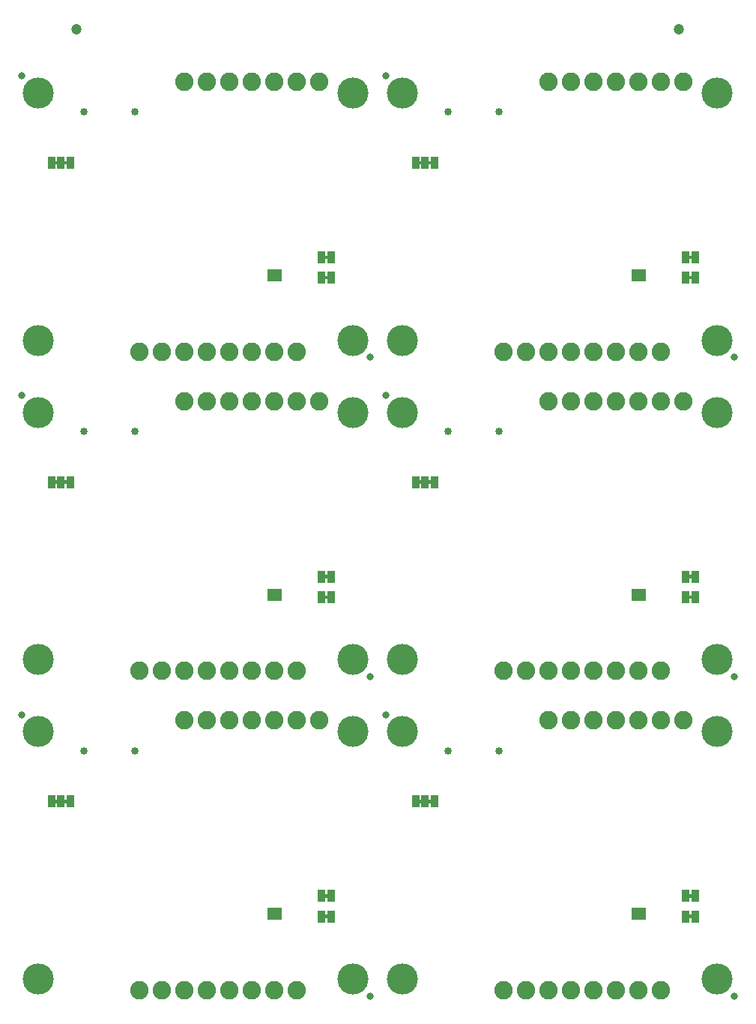
<source format=gbs>
G04 EAGLE Gerber RS-274X export*
G75*
%MOMM*%
%FSLAX34Y34*%
%LPD*%
%INSoldermask Bottom*%
%IPPOS*%
%AMOC8*
5,1,8,0,0,1.08239X$1,22.5*%
G01*
%ADD10C,3.505200*%
%ADD11R,0.863600X1.473200*%
%ADD12C,0.838200*%
%ADD13R,0.838200X1.473200*%
%ADD14C,2.082800*%
%ADD15C,0.853200*%
%ADD16C,1.203200*%

G36*
X763970Y454545D02*
X763970Y454545D01*
X764036Y454547D01*
X764079Y454565D01*
X764126Y454573D01*
X764183Y454607D01*
X764243Y454632D01*
X764278Y454663D01*
X764319Y454688D01*
X764361Y454739D01*
X764409Y454783D01*
X764431Y454825D01*
X764460Y454862D01*
X764481Y454924D01*
X764512Y454983D01*
X764520Y455037D01*
X764532Y455074D01*
X764531Y455114D01*
X764539Y455168D01*
X764539Y457708D01*
X764528Y457773D01*
X764526Y457839D01*
X764508Y457882D01*
X764500Y457929D01*
X764466Y457986D01*
X764441Y458046D01*
X764410Y458081D01*
X764385Y458122D01*
X764334Y458164D01*
X764290Y458212D01*
X764248Y458234D01*
X764211Y458263D01*
X764149Y458284D01*
X764090Y458315D01*
X764036Y458323D01*
X763999Y458335D01*
X763959Y458334D01*
X763905Y458342D01*
X760095Y458342D01*
X760030Y458331D01*
X759964Y458329D01*
X759921Y458311D01*
X759874Y458303D01*
X759817Y458269D01*
X759757Y458244D01*
X759722Y458213D01*
X759681Y458188D01*
X759640Y458137D01*
X759591Y458093D01*
X759569Y458051D01*
X759540Y458014D01*
X759519Y457952D01*
X759488Y457893D01*
X759480Y457839D01*
X759468Y457802D01*
X759468Y457799D01*
X759469Y457762D01*
X759461Y457708D01*
X759461Y455168D01*
X759472Y455103D01*
X759474Y455037D01*
X759492Y454994D01*
X759500Y454947D01*
X759534Y454890D01*
X759559Y454830D01*
X759590Y454795D01*
X759615Y454754D01*
X759666Y454713D01*
X759710Y454664D01*
X759752Y454642D01*
X759789Y454613D01*
X759851Y454592D01*
X759910Y454561D01*
X759964Y454553D01*
X760001Y454541D01*
X760041Y454542D01*
X760095Y454534D01*
X763905Y454534D01*
X763970Y454545D01*
G37*
G36*
X352490Y454545D02*
X352490Y454545D01*
X352556Y454547D01*
X352599Y454565D01*
X352646Y454573D01*
X352703Y454607D01*
X352763Y454632D01*
X352798Y454663D01*
X352839Y454688D01*
X352881Y454739D01*
X352929Y454783D01*
X352951Y454825D01*
X352980Y454862D01*
X353001Y454924D01*
X353032Y454983D01*
X353040Y455037D01*
X353052Y455074D01*
X353051Y455114D01*
X353059Y455168D01*
X353059Y457708D01*
X353048Y457773D01*
X353046Y457839D01*
X353028Y457882D01*
X353020Y457929D01*
X352986Y457986D01*
X352961Y458046D01*
X352930Y458081D01*
X352905Y458122D01*
X352854Y458164D01*
X352810Y458212D01*
X352768Y458234D01*
X352731Y458263D01*
X352669Y458284D01*
X352610Y458315D01*
X352556Y458323D01*
X352519Y458335D01*
X352479Y458334D01*
X352425Y458342D01*
X348615Y458342D01*
X348550Y458331D01*
X348484Y458329D01*
X348441Y458311D01*
X348394Y458303D01*
X348337Y458269D01*
X348277Y458244D01*
X348242Y458213D01*
X348201Y458188D01*
X348160Y458137D01*
X348111Y458093D01*
X348089Y458051D01*
X348060Y458014D01*
X348039Y457952D01*
X348008Y457893D01*
X348000Y457839D01*
X347988Y457802D01*
X347988Y457799D01*
X347989Y457762D01*
X347981Y457708D01*
X347981Y455168D01*
X347992Y455103D01*
X347994Y455037D01*
X348012Y454994D01*
X348020Y454947D01*
X348054Y454890D01*
X348079Y454830D01*
X348110Y454795D01*
X348135Y454754D01*
X348186Y454713D01*
X348230Y454664D01*
X348272Y454642D01*
X348309Y454613D01*
X348371Y454592D01*
X348430Y454561D01*
X348484Y454553D01*
X348521Y454541D01*
X348561Y454542D01*
X348615Y454534D01*
X352425Y454534D01*
X352490Y454545D01*
G37*
G36*
X57850Y944765D02*
X57850Y944765D01*
X57916Y944767D01*
X57959Y944785D01*
X58006Y944793D01*
X58063Y944827D01*
X58123Y944852D01*
X58158Y944883D01*
X58199Y944908D01*
X58241Y944959D01*
X58289Y945003D01*
X58311Y945045D01*
X58340Y945082D01*
X58361Y945144D01*
X58392Y945203D01*
X58400Y945257D01*
X58412Y945294D01*
X58411Y945334D01*
X58419Y945388D01*
X58419Y947928D01*
X58408Y947993D01*
X58406Y948059D01*
X58388Y948102D01*
X58380Y948149D01*
X58346Y948206D01*
X58321Y948266D01*
X58290Y948301D01*
X58265Y948342D01*
X58214Y948384D01*
X58170Y948432D01*
X58128Y948454D01*
X58091Y948483D01*
X58029Y948504D01*
X57970Y948535D01*
X57916Y948543D01*
X57879Y948555D01*
X57839Y948554D01*
X57785Y948562D01*
X53975Y948562D01*
X53910Y948551D01*
X53844Y948549D01*
X53801Y948531D01*
X53754Y948523D01*
X53697Y948489D01*
X53637Y948464D01*
X53602Y948433D01*
X53561Y948408D01*
X53520Y948357D01*
X53471Y948313D01*
X53449Y948271D01*
X53420Y948234D01*
X53399Y948172D01*
X53368Y948113D01*
X53360Y948059D01*
X53348Y948022D01*
X53348Y948019D01*
X53349Y947982D01*
X53341Y947928D01*
X53341Y945388D01*
X53352Y945323D01*
X53354Y945257D01*
X53372Y945214D01*
X53380Y945167D01*
X53414Y945110D01*
X53439Y945050D01*
X53470Y945015D01*
X53495Y944974D01*
X53546Y944933D01*
X53590Y944884D01*
X53632Y944862D01*
X53669Y944833D01*
X53731Y944812D01*
X53790Y944781D01*
X53844Y944773D01*
X53881Y944761D01*
X53921Y944762D01*
X53975Y944754D01*
X57785Y944754D01*
X57850Y944765D01*
G37*
G36*
X47690Y944765D02*
X47690Y944765D01*
X47756Y944767D01*
X47799Y944785D01*
X47846Y944793D01*
X47903Y944827D01*
X47963Y944852D01*
X47998Y944883D01*
X48039Y944908D01*
X48081Y944959D01*
X48129Y945003D01*
X48151Y945045D01*
X48180Y945082D01*
X48201Y945144D01*
X48232Y945203D01*
X48240Y945257D01*
X48252Y945294D01*
X48251Y945334D01*
X48259Y945388D01*
X48259Y947928D01*
X48248Y947993D01*
X48246Y948059D01*
X48228Y948102D01*
X48220Y948149D01*
X48186Y948206D01*
X48161Y948266D01*
X48130Y948301D01*
X48105Y948342D01*
X48054Y948384D01*
X48010Y948432D01*
X47968Y948454D01*
X47931Y948483D01*
X47869Y948504D01*
X47810Y948535D01*
X47756Y948543D01*
X47719Y948555D01*
X47679Y948554D01*
X47625Y948562D01*
X43815Y948562D01*
X43750Y948551D01*
X43684Y948549D01*
X43641Y948531D01*
X43594Y948523D01*
X43537Y948489D01*
X43477Y948464D01*
X43442Y948433D01*
X43401Y948408D01*
X43360Y948357D01*
X43311Y948313D01*
X43289Y948271D01*
X43260Y948234D01*
X43239Y948172D01*
X43208Y948113D01*
X43200Y948059D01*
X43188Y948022D01*
X43188Y948019D01*
X43189Y947982D01*
X43181Y947928D01*
X43181Y945388D01*
X43192Y945323D01*
X43194Y945257D01*
X43212Y945214D01*
X43220Y945167D01*
X43254Y945110D01*
X43279Y945050D01*
X43310Y945015D01*
X43335Y944974D01*
X43386Y944933D01*
X43430Y944884D01*
X43472Y944862D01*
X43509Y944833D01*
X43571Y944812D01*
X43630Y944781D01*
X43684Y944773D01*
X43721Y944761D01*
X43761Y944762D01*
X43815Y944754D01*
X47625Y944754D01*
X47690Y944765D01*
G37*
G36*
X469330Y944765D02*
X469330Y944765D01*
X469396Y944767D01*
X469439Y944785D01*
X469486Y944793D01*
X469543Y944827D01*
X469603Y944852D01*
X469638Y944883D01*
X469679Y944908D01*
X469721Y944959D01*
X469769Y945003D01*
X469791Y945045D01*
X469820Y945082D01*
X469841Y945144D01*
X469872Y945203D01*
X469880Y945257D01*
X469892Y945294D01*
X469891Y945334D01*
X469899Y945388D01*
X469899Y947928D01*
X469888Y947993D01*
X469886Y948059D01*
X469868Y948102D01*
X469860Y948149D01*
X469826Y948206D01*
X469801Y948266D01*
X469770Y948301D01*
X469745Y948342D01*
X469694Y948384D01*
X469650Y948432D01*
X469608Y948454D01*
X469571Y948483D01*
X469509Y948504D01*
X469450Y948535D01*
X469396Y948543D01*
X469359Y948555D01*
X469319Y948554D01*
X469265Y948562D01*
X465455Y948562D01*
X465390Y948551D01*
X465324Y948549D01*
X465281Y948531D01*
X465234Y948523D01*
X465177Y948489D01*
X465117Y948464D01*
X465082Y948433D01*
X465041Y948408D01*
X465000Y948357D01*
X464951Y948313D01*
X464929Y948271D01*
X464900Y948234D01*
X464879Y948172D01*
X464848Y948113D01*
X464840Y948059D01*
X464828Y948022D01*
X464828Y948019D01*
X464829Y947982D01*
X464821Y947928D01*
X464821Y945388D01*
X464832Y945323D01*
X464834Y945257D01*
X464852Y945214D01*
X464860Y945167D01*
X464894Y945110D01*
X464919Y945050D01*
X464950Y945015D01*
X464975Y944974D01*
X465026Y944933D01*
X465070Y944884D01*
X465112Y944862D01*
X465149Y944833D01*
X465211Y944812D01*
X465270Y944781D01*
X465324Y944773D01*
X465361Y944761D01*
X465401Y944762D01*
X465455Y944754D01*
X469265Y944754D01*
X469330Y944765D01*
G37*
G36*
X459170Y944765D02*
X459170Y944765D01*
X459236Y944767D01*
X459279Y944785D01*
X459326Y944793D01*
X459383Y944827D01*
X459443Y944852D01*
X459478Y944883D01*
X459519Y944908D01*
X459561Y944959D01*
X459609Y945003D01*
X459631Y945045D01*
X459660Y945082D01*
X459681Y945144D01*
X459712Y945203D01*
X459720Y945257D01*
X459732Y945294D01*
X459731Y945334D01*
X459739Y945388D01*
X459739Y947928D01*
X459728Y947993D01*
X459726Y948059D01*
X459708Y948102D01*
X459700Y948149D01*
X459666Y948206D01*
X459641Y948266D01*
X459610Y948301D01*
X459585Y948342D01*
X459534Y948384D01*
X459490Y948432D01*
X459448Y948454D01*
X459411Y948483D01*
X459349Y948504D01*
X459290Y948535D01*
X459236Y948543D01*
X459199Y948555D01*
X459159Y948554D01*
X459105Y948562D01*
X455295Y948562D01*
X455230Y948551D01*
X455164Y948549D01*
X455121Y948531D01*
X455074Y948523D01*
X455017Y948489D01*
X454957Y948464D01*
X454922Y948433D01*
X454881Y948408D01*
X454840Y948357D01*
X454791Y948313D01*
X454769Y948271D01*
X454740Y948234D01*
X454719Y948172D01*
X454688Y948113D01*
X454680Y948059D01*
X454668Y948022D01*
X454668Y948019D01*
X454669Y947982D01*
X454661Y947928D01*
X454661Y945388D01*
X454672Y945323D01*
X454674Y945257D01*
X454692Y945214D01*
X454700Y945167D01*
X454734Y945110D01*
X454759Y945050D01*
X454790Y945015D01*
X454815Y944974D01*
X454866Y944933D01*
X454910Y944884D01*
X454952Y944862D01*
X454989Y944833D01*
X455051Y944812D01*
X455110Y944781D01*
X455164Y944773D01*
X455201Y944761D01*
X455241Y944762D01*
X455295Y944754D01*
X459105Y944754D01*
X459170Y944765D01*
G37*
G36*
X352490Y838085D02*
X352490Y838085D01*
X352556Y838087D01*
X352599Y838105D01*
X352646Y838113D01*
X352703Y838147D01*
X352763Y838172D01*
X352798Y838203D01*
X352839Y838228D01*
X352881Y838279D01*
X352929Y838323D01*
X352951Y838365D01*
X352980Y838402D01*
X353001Y838464D01*
X353032Y838523D01*
X353040Y838577D01*
X353052Y838614D01*
X353051Y838654D01*
X353059Y838708D01*
X353059Y841248D01*
X353048Y841313D01*
X353046Y841379D01*
X353028Y841422D01*
X353020Y841469D01*
X352986Y841526D01*
X352961Y841586D01*
X352930Y841621D01*
X352905Y841662D01*
X352854Y841704D01*
X352810Y841752D01*
X352768Y841774D01*
X352731Y841803D01*
X352669Y841824D01*
X352610Y841855D01*
X352556Y841863D01*
X352519Y841875D01*
X352479Y841874D01*
X352425Y841882D01*
X348615Y841882D01*
X348550Y841871D01*
X348484Y841869D01*
X348441Y841851D01*
X348394Y841843D01*
X348337Y841809D01*
X348277Y841784D01*
X348242Y841753D01*
X348201Y841728D01*
X348160Y841677D01*
X348111Y841633D01*
X348089Y841591D01*
X348060Y841554D01*
X348039Y841492D01*
X348008Y841433D01*
X348000Y841379D01*
X347988Y841342D01*
X347988Y841339D01*
X347989Y841302D01*
X347981Y841248D01*
X347981Y838708D01*
X347992Y838643D01*
X347994Y838577D01*
X348012Y838534D01*
X348020Y838487D01*
X348054Y838430D01*
X348079Y838370D01*
X348110Y838335D01*
X348135Y838294D01*
X348186Y838253D01*
X348230Y838204D01*
X348272Y838182D01*
X348309Y838153D01*
X348371Y838132D01*
X348430Y838101D01*
X348484Y838093D01*
X348521Y838081D01*
X348561Y838082D01*
X348615Y838074D01*
X352425Y838074D01*
X352490Y838085D01*
G37*
G36*
X763970Y838085D02*
X763970Y838085D01*
X764036Y838087D01*
X764079Y838105D01*
X764126Y838113D01*
X764183Y838147D01*
X764243Y838172D01*
X764278Y838203D01*
X764319Y838228D01*
X764361Y838279D01*
X764409Y838323D01*
X764431Y838365D01*
X764460Y838402D01*
X764481Y838464D01*
X764512Y838523D01*
X764520Y838577D01*
X764532Y838614D01*
X764531Y838654D01*
X764539Y838708D01*
X764539Y841248D01*
X764528Y841313D01*
X764526Y841379D01*
X764508Y841422D01*
X764500Y841469D01*
X764466Y841526D01*
X764441Y841586D01*
X764410Y841621D01*
X764385Y841662D01*
X764334Y841704D01*
X764290Y841752D01*
X764248Y841774D01*
X764211Y841803D01*
X764149Y841824D01*
X764090Y841855D01*
X764036Y841863D01*
X763999Y841875D01*
X763959Y841874D01*
X763905Y841882D01*
X760095Y841882D01*
X760030Y841871D01*
X759964Y841869D01*
X759921Y841851D01*
X759874Y841843D01*
X759817Y841809D01*
X759757Y841784D01*
X759722Y841753D01*
X759681Y841728D01*
X759640Y841677D01*
X759591Y841633D01*
X759569Y841591D01*
X759540Y841554D01*
X759519Y841492D01*
X759488Y841433D01*
X759480Y841379D01*
X759468Y841342D01*
X759468Y841339D01*
X759469Y841302D01*
X759461Y841248D01*
X759461Y838708D01*
X759472Y838643D01*
X759474Y838577D01*
X759492Y838534D01*
X759500Y838487D01*
X759534Y838430D01*
X759559Y838370D01*
X759590Y838335D01*
X759615Y838294D01*
X759666Y838253D01*
X759710Y838204D01*
X759752Y838182D01*
X759789Y838153D01*
X759851Y838132D01*
X759910Y838101D01*
X759964Y838093D01*
X760001Y838081D01*
X760041Y838082D01*
X760095Y838074D01*
X763905Y838074D01*
X763970Y838085D01*
G37*
G36*
X763970Y814971D02*
X763970Y814971D01*
X764036Y814973D01*
X764079Y814991D01*
X764126Y814999D01*
X764183Y815033D01*
X764243Y815058D01*
X764278Y815089D01*
X764319Y815114D01*
X764361Y815165D01*
X764409Y815209D01*
X764431Y815251D01*
X764460Y815288D01*
X764481Y815350D01*
X764512Y815409D01*
X764520Y815463D01*
X764532Y815500D01*
X764531Y815540D01*
X764539Y815594D01*
X764539Y818134D01*
X764528Y818199D01*
X764526Y818265D01*
X764508Y818308D01*
X764500Y818355D01*
X764466Y818412D01*
X764441Y818472D01*
X764410Y818507D01*
X764385Y818548D01*
X764334Y818590D01*
X764290Y818638D01*
X764248Y818660D01*
X764211Y818689D01*
X764149Y818710D01*
X764090Y818741D01*
X764036Y818749D01*
X763999Y818761D01*
X763959Y818760D01*
X763905Y818768D01*
X760095Y818768D01*
X760030Y818757D01*
X759964Y818755D01*
X759921Y818737D01*
X759874Y818729D01*
X759817Y818695D01*
X759757Y818670D01*
X759722Y818639D01*
X759681Y818614D01*
X759640Y818563D01*
X759591Y818519D01*
X759569Y818477D01*
X759540Y818440D01*
X759519Y818378D01*
X759488Y818319D01*
X759480Y818265D01*
X759468Y818228D01*
X759468Y818225D01*
X759469Y818188D01*
X759461Y818134D01*
X759461Y815594D01*
X759472Y815529D01*
X759474Y815463D01*
X759492Y815420D01*
X759500Y815373D01*
X759534Y815316D01*
X759559Y815256D01*
X759590Y815221D01*
X759615Y815180D01*
X759666Y815139D01*
X759710Y815090D01*
X759752Y815068D01*
X759789Y815039D01*
X759851Y815018D01*
X759910Y814987D01*
X759964Y814979D01*
X760001Y814967D01*
X760041Y814968D01*
X760095Y814960D01*
X763905Y814960D01*
X763970Y814971D01*
G37*
G36*
X352490Y814971D02*
X352490Y814971D01*
X352556Y814973D01*
X352599Y814991D01*
X352646Y814999D01*
X352703Y815033D01*
X352763Y815058D01*
X352798Y815089D01*
X352839Y815114D01*
X352881Y815165D01*
X352929Y815209D01*
X352951Y815251D01*
X352980Y815288D01*
X353001Y815350D01*
X353032Y815409D01*
X353040Y815463D01*
X353052Y815500D01*
X353051Y815540D01*
X353059Y815594D01*
X353059Y818134D01*
X353048Y818199D01*
X353046Y818265D01*
X353028Y818308D01*
X353020Y818355D01*
X352986Y818412D01*
X352961Y818472D01*
X352930Y818507D01*
X352905Y818548D01*
X352854Y818590D01*
X352810Y818638D01*
X352768Y818660D01*
X352731Y818689D01*
X352669Y818710D01*
X352610Y818741D01*
X352556Y818749D01*
X352519Y818761D01*
X352479Y818760D01*
X352425Y818768D01*
X348615Y818768D01*
X348550Y818757D01*
X348484Y818755D01*
X348441Y818737D01*
X348394Y818729D01*
X348337Y818695D01*
X348277Y818670D01*
X348242Y818639D01*
X348201Y818614D01*
X348160Y818563D01*
X348111Y818519D01*
X348089Y818477D01*
X348060Y818440D01*
X348039Y818378D01*
X348008Y818319D01*
X348000Y818265D01*
X347988Y818228D01*
X347988Y818225D01*
X347989Y818188D01*
X347981Y818134D01*
X347981Y815594D01*
X347992Y815529D01*
X347994Y815463D01*
X348012Y815420D01*
X348020Y815373D01*
X348054Y815316D01*
X348079Y815256D01*
X348110Y815221D01*
X348135Y815180D01*
X348186Y815139D01*
X348230Y815090D01*
X348272Y815068D01*
X348309Y815039D01*
X348371Y815018D01*
X348430Y814987D01*
X348484Y814979D01*
X348521Y814967D01*
X348561Y814968D01*
X348615Y814960D01*
X352425Y814960D01*
X352490Y814971D01*
G37*
G36*
X469330Y584339D02*
X469330Y584339D01*
X469396Y584341D01*
X469439Y584359D01*
X469486Y584367D01*
X469543Y584401D01*
X469603Y584426D01*
X469638Y584457D01*
X469679Y584482D01*
X469721Y584533D01*
X469769Y584577D01*
X469791Y584619D01*
X469820Y584656D01*
X469841Y584718D01*
X469872Y584777D01*
X469880Y584831D01*
X469892Y584868D01*
X469891Y584908D01*
X469899Y584962D01*
X469899Y587502D01*
X469888Y587567D01*
X469886Y587633D01*
X469868Y587676D01*
X469860Y587723D01*
X469826Y587780D01*
X469801Y587840D01*
X469770Y587875D01*
X469745Y587916D01*
X469694Y587958D01*
X469650Y588006D01*
X469608Y588028D01*
X469571Y588057D01*
X469509Y588078D01*
X469450Y588109D01*
X469396Y588117D01*
X469359Y588129D01*
X469319Y588128D01*
X469265Y588136D01*
X465455Y588136D01*
X465390Y588125D01*
X465324Y588123D01*
X465281Y588105D01*
X465234Y588097D01*
X465177Y588063D01*
X465117Y588038D01*
X465082Y588007D01*
X465041Y587982D01*
X465000Y587931D01*
X464951Y587887D01*
X464929Y587845D01*
X464900Y587808D01*
X464879Y587746D01*
X464848Y587687D01*
X464840Y587633D01*
X464828Y587596D01*
X464828Y587593D01*
X464829Y587556D01*
X464821Y587502D01*
X464821Y584962D01*
X464832Y584897D01*
X464834Y584831D01*
X464852Y584788D01*
X464860Y584741D01*
X464894Y584684D01*
X464919Y584624D01*
X464950Y584589D01*
X464975Y584548D01*
X465026Y584507D01*
X465070Y584458D01*
X465112Y584436D01*
X465149Y584407D01*
X465211Y584386D01*
X465270Y584355D01*
X465324Y584347D01*
X465361Y584335D01*
X465401Y584336D01*
X465455Y584328D01*
X469265Y584328D01*
X469330Y584339D01*
G37*
G36*
X459170Y584339D02*
X459170Y584339D01*
X459236Y584341D01*
X459279Y584359D01*
X459326Y584367D01*
X459383Y584401D01*
X459443Y584426D01*
X459478Y584457D01*
X459519Y584482D01*
X459561Y584533D01*
X459609Y584577D01*
X459631Y584619D01*
X459660Y584656D01*
X459681Y584718D01*
X459712Y584777D01*
X459720Y584831D01*
X459732Y584868D01*
X459731Y584908D01*
X459739Y584962D01*
X459739Y587502D01*
X459728Y587567D01*
X459726Y587633D01*
X459708Y587676D01*
X459700Y587723D01*
X459666Y587780D01*
X459641Y587840D01*
X459610Y587875D01*
X459585Y587916D01*
X459534Y587958D01*
X459490Y588006D01*
X459448Y588028D01*
X459411Y588057D01*
X459349Y588078D01*
X459290Y588109D01*
X459236Y588117D01*
X459199Y588129D01*
X459159Y588128D01*
X459105Y588136D01*
X455295Y588136D01*
X455230Y588125D01*
X455164Y588123D01*
X455121Y588105D01*
X455074Y588097D01*
X455017Y588063D01*
X454957Y588038D01*
X454922Y588007D01*
X454881Y587982D01*
X454840Y587931D01*
X454791Y587887D01*
X454769Y587845D01*
X454740Y587808D01*
X454719Y587746D01*
X454688Y587687D01*
X454680Y587633D01*
X454668Y587596D01*
X454668Y587593D01*
X454669Y587556D01*
X454661Y587502D01*
X454661Y584962D01*
X454672Y584897D01*
X454674Y584831D01*
X454692Y584788D01*
X454700Y584741D01*
X454734Y584684D01*
X454759Y584624D01*
X454790Y584589D01*
X454815Y584548D01*
X454866Y584507D01*
X454910Y584458D01*
X454952Y584436D01*
X454989Y584407D01*
X455051Y584386D01*
X455110Y584355D01*
X455164Y584347D01*
X455201Y584335D01*
X455241Y584336D01*
X455295Y584328D01*
X459105Y584328D01*
X459170Y584339D01*
G37*
G36*
X57850Y584339D02*
X57850Y584339D01*
X57916Y584341D01*
X57959Y584359D01*
X58006Y584367D01*
X58063Y584401D01*
X58123Y584426D01*
X58158Y584457D01*
X58199Y584482D01*
X58241Y584533D01*
X58289Y584577D01*
X58311Y584619D01*
X58340Y584656D01*
X58361Y584718D01*
X58392Y584777D01*
X58400Y584831D01*
X58412Y584868D01*
X58411Y584908D01*
X58419Y584962D01*
X58419Y587502D01*
X58408Y587567D01*
X58406Y587633D01*
X58388Y587676D01*
X58380Y587723D01*
X58346Y587780D01*
X58321Y587840D01*
X58290Y587875D01*
X58265Y587916D01*
X58214Y587958D01*
X58170Y588006D01*
X58128Y588028D01*
X58091Y588057D01*
X58029Y588078D01*
X57970Y588109D01*
X57916Y588117D01*
X57879Y588129D01*
X57839Y588128D01*
X57785Y588136D01*
X53975Y588136D01*
X53910Y588125D01*
X53844Y588123D01*
X53801Y588105D01*
X53754Y588097D01*
X53697Y588063D01*
X53637Y588038D01*
X53602Y588007D01*
X53561Y587982D01*
X53520Y587931D01*
X53471Y587887D01*
X53449Y587845D01*
X53420Y587808D01*
X53399Y587746D01*
X53368Y587687D01*
X53360Y587633D01*
X53348Y587596D01*
X53348Y587593D01*
X53349Y587556D01*
X53341Y587502D01*
X53341Y584962D01*
X53352Y584897D01*
X53354Y584831D01*
X53372Y584788D01*
X53380Y584741D01*
X53414Y584684D01*
X53439Y584624D01*
X53470Y584589D01*
X53495Y584548D01*
X53546Y584507D01*
X53590Y584458D01*
X53632Y584436D01*
X53669Y584407D01*
X53731Y584386D01*
X53790Y584355D01*
X53844Y584347D01*
X53881Y584335D01*
X53921Y584336D01*
X53975Y584328D01*
X57785Y584328D01*
X57850Y584339D01*
G37*
G36*
X47690Y584339D02*
X47690Y584339D01*
X47756Y584341D01*
X47799Y584359D01*
X47846Y584367D01*
X47903Y584401D01*
X47963Y584426D01*
X47998Y584457D01*
X48039Y584482D01*
X48081Y584533D01*
X48129Y584577D01*
X48151Y584619D01*
X48180Y584656D01*
X48201Y584718D01*
X48232Y584777D01*
X48240Y584831D01*
X48252Y584868D01*
X48251Y584908D01*
X48259Y584962D01*
X48259Y587502D01*
X48248Y587567D01*
X48246Y587633D01*
X48228Y587676D01*
X48220Y587723D01*
X48186Y587780D01*
X48161Y587840D01*
X48130Y587875D01*
X48105Y587916D01*
X48054Y587958D01*
X48010Y588006D01*
X47968Y588028D01*
X47931Y588057D01*
X47869Y588078D01*
X47810Y588109D01*
X47756Y588117D01*
X47719Y588129D01*
X47679Y588128D01*
X47625Y588136D01*
X43815Y588136D01*
X43750Y588125D01*
X43684Y588123D01*
X43641Y588105D01*
X43594Y588097D01*
X43537Y588063D01*
X43477Y588038D01*
X43442Y588007D01*
X43401Y587982D01*
X43360Y587931D01*
X43311Y587887D01*
X43289Y587845D01*
X43260Y587808D01*
X43239Y587746D01*
X43208Y587687D01*
X43200Y587633D01*
X43188Y587596D01*
X43188Y587593D01*
X43189Y587556D01*
X43181Y587502D01*
X43181Y584962D01*
X43192Y584897D01*
X43194Y584831D01*
X43212Y584788D01*
X43220Y584741D01*
X43254Y584684D01*
X43279Y584624D01*
X43310Y584589D01*
X43335Y584548D01*
X43386Y584507D01*
X43430Y584458D01*
X43472Y584436D01*
X43509Y584407D01*
X43571Y584386D01*
X43630Y584355D01*
X43684Y584347D01*
X43721Y584335D01*
X43761Y584336D01*
X43815Y584328D01*
X47625Y584328D01*
X47690Y584339D01*
G37*
G36*
X763970Y477659D02*
X763970Y477659D01*
X764036Y477661D01*
X764079Y477679D01*
X764126Y477687D01*
X764183Y477721D01*
X764243Y477746D01*
X764278Y477777D01*
X764319Y477802D01*
X764361Y477853D01*
X764409Y477897D01*
X764431Y477939D01*
X764460Y477976D01*
X764481Y478038D01*
X764512Y478097D01*
X764520Y478151D01*
X764532Y478188D01*
X764531Y478228D01*
X764539Y478282D01*
X764539Y480822D01*
X764528Y480887D01*
X764526Y480953D01*
X764508Y480996D01*
X764500Y481043D01*
X764466Y481100D01*
X764441Y481160D01*
X764410Y481195D01*
X764385Y481236D01*
X764334Y481278D01*
X764290Y481326D01*
X764248Y481348D01*
X764211Y481377D01*
X764149Y481398D01*
X764090Y481429D01*
X764036Y481437D01*
X763999Y481449D01*
X763959Y481448D01*
X763905Y481456D01*
X760095Y481456D01*
X760030Y481445D01*
X759964Y481443D01*
X759921Y481425D01*
X759874Y481417D01*
X759817Y481383D01*
X759757Y481358D01*
X759722Y481327D01*
X759681Y481302D01*
X759640Y481251D01*
X759591Y481207D01*
X759569Y481165D01*
X759540Y481128D01*
X759519Y481066D01*
X759488Y481007D01*
X759480Y480953D01*
X759468Y480916D01*
X759468Y480913D01*
X759469Y480876D01*
X759461Y480822D01*
X759461Y478282D01*
X759472Y478217D01*
X759474Y478151D01*
X759492Y478108D01*
X759500Y478061D01*
X759534Y478004D01*
X759559Y477944D01*
X759590Y477909D01*
X759615Y477868D01*
X759666Y477827D01*
X759710Y477778D01*
X759752Y477756D01*
X759789Y477727D01*
X759851Y477706D01*
X759910Y477675D01*
X759964Y477667D01*
X760001Y477655D01*
X760041Y477656D01*
X760095Y477648D01*
X763905Y477648D01*
X763970Y477659D01*
G37*
G36*
X352490Y477659D02*
X352490Y477659D01*
X352556Y477661D01*
X352599Y477679D01*
X352646Y477687D01*
X352703Y477721D01*
X352763Y477746D01*
X352798Y477777D01*
X352839Y477802D01*
X352881Y477853D01*
X352929Y477897D01*
X352951Y477939D01*
X352980Y477976D01*
X353001Y478038D01*
X353032Y478097D01*
X353040Y478151D01*
X353052Y478188D01*
X353051Y478228D01*
X353059Y478282D01*
X353059Y480822D01*
X353048Y480887D01*
X353046Y480953D01*
X353028Y480996D01*
X353020Y481043D01*
X352986Y481100D01*
X352961Y481160D01*
X352930Y481195D01*
X352905Y481236D01*
X352854Y481278D01*
X352810Y481326D01*
X352768Y481348D01*
X352731Y481377D01*
X352669Y481398D01*
X352610Y481429D01*
X352556Y481437D01*
X352519Y481449D01*
X352479Y481448D01*
X352425Y481456D01*
X348615Y481456D01*
X348550Y481445D01*
X348484Y481443D01*
X348441Y481425D01*
X348394Y481417D01*
X348337Y481383D01*
X348277Y481358D01*
X348242Y481327D01*
X348201Y481302D01*
X348160Y481251D01*
X348111Y481207D01*
X348089Y481165D01*
X348060Y481128D01*
X348039Y481066D01*
X348008Y481007D01*
X348000Y480953D01*
X347988Y480916D01*
X347988Y480913D01*
X347989Y480876D01*
X347981Y480822D01*
X347981Y478282D01*
X347992Y478217D01*
X347994Y478151D01*
X348012Y478108D01*
X348020Y478061D01*
X348054Y478004D01*
X348079Y477944D01*
X348110Y477909D01*
X348135Y477868D01*
X348186Y477827D01*
X348230Y477778D01*
X348272Y477756D01*
X348309Y477727D01*
X348371Y477706D01*
X348430Y477675D01*
X348484Y477667D01*
X348521Y477655D01*
X348561Y477656D01*
X348615Y477648D01*
X352425Y477648D01*
X352490Y477659D01*
G37*
G36*
X57850Y223913D02*
X57850Y223913D01*
X57916Y223915D01*
X57959Y223933D01*
X58006Y223941D01*
X58063Y223975D01*
X58123Y224000D01*
X58158Y224031D01*
X58199Y224056D01*
X58241Y224107D01*
X58289Y224151D01*
X58311Y224193D01*
X58340Y224230D01*
X58361Y224292D01*
X58392Y224351D01*
X58400Y224405D01*
X58412Y224442D01*
X58411Y224482D01*
X58419Y224536D01*
X58419Y227076D01*
X58408Y227141D01*
X58406Y227207D01*
X58388Y227250D01*
X58380Y227297D01*
X58346Y227354D01*
X58321Y227414D01*
X58290Y227449D01*
X58265Y227490D01*
X58214Y227532D01*
X58170Y227580D01*
X58128Y227602D01*
X58091Y227631D01*
X58029Y227652D01*
X57970Y227683D01*
X57916Y227691D01*
X57879Y227703D01*
X57839Y227702D01*
X57785Y227710D01*
X53975Y227710D01*
X53910Y227699D01*
X53844Y227697D01*
X53801Y227679D01*
X53754Y227671D01*
X53697Y227637D01*
X53637Y227612D01*
X53602Y227581D01*
X53561Y227556D01*
X53520Y227505D01*
X53471Y227461D01*
X53449Y227419D01*
X53420Y227382D01*
X53399Y227320D01*
X53368Y227261D01*
X53360Y227207D01*
X53348Y227170D01*
X53348Y227167D01*
X53349Y227130D01*
X53341Y227076D01*
X53341Y224536D01*
X53352Y224471D01*
X53354Y224405D01*
X53372Y224362D01*
X53380Y224315D01*
X53414Y224258D01*
X53439Y224198D01*
X53470Y224163D01*
X53495Y224122D01*
X53546Y224081D01*
X53590Y224032D01*
X53632Y224010D01*
X53669Y223981D01*
X53731Y223960D01*
X53790Y223929D01*
X53844Y223921D01*
X53881Y223909D01*
X53921Y223910D01*
X53975Y223902D01*
X57785Y223902D01*
X57850Y223913D01*
G37*
G36*
X459170Y223913D02*
X459170Y223913D01*
X459236Y223915D01*
X459279Y223933D01*
X459326Y223941D01*
X459383Y223975D01*
X459443Y224000D01*
X459478Y224031D01*
X459519Y224056D01*
X459561Y224107D01*
X459609Y224151D01*
X459631Y224193D01*
X459660Y224230D01*
X459681Y224292D01*
X459712Y224351D01*
X459720Y224405D01*
X459732Y224442D01*
X459731Y224482D01*
X459739Y224536D01*
X459739Y227076D01*
X459728Y227141D01*
X459726Y227207D01*
X459708Y227250D01*
X459700Y227297D01*
X459666Y227354D01*
X459641Y227414D01*
X459610Y227449D01*
X459585Y227490D01*
X459534Y227532D01*
X459490Y227580D01*
X459448Y227602D01*
X459411Y227631D01*
X459349Y227652D01*
X459290Y227683D01*
X459236Y227691D01*
X459199Y227703D01*
X459159Y227702D01*
X459105Y227710D01*
X455295Y227710D01*
X455230Y227699D01*
X455164Y227697D01*
X455121Y227679D01*
X455074Y227671D01*
X455017Y227637D01*
X454957Y227612D01*
X454922Y227581D01*
X454881Y227556D01*
X454840Y227505D01*
X454791Y227461D01*
X454769Y227419D01*
X454740Y227382D01*
X454719Y227320D01*
X454688Y227261D01*
X454680Y227207D01*
X454668Y227170D01*
X454668Y227167D01*
X454669Y227130D01*
X454661Y227076D01*
X454661Y224536D01*
X454672Y224471D01*
X454674Y224405D01*
X454692Y224362D01*
X454700Y224315D01*
X454734Y224258D01*
X454759Y224198D01*
X454790Y224163D01*
X454815Y224122D01*
X454866Y224081D01*
X454910Y224032D01*
X454952Y224010D01*
X454989Y223981D01*
X455051Y223960D01*
X455110Y223929D01*
X455164Y223921D01*
X455201Y223909D01*
X455241Y223910D01*
X455295Y223902D01*
X459105Y223902D01*
X459170Y223913D01*
G37*
G36*
X469330Y223913D02*
X469330Y223913D01*
X469396Y223915D01*
X469439Y223933D01*
X469486Y223941D01*
X469543Y223975D01*
X469603Y224000D01*
X469638Y224031D01*
X469679Y224056D01*
X469721Y224107D01*
X469769Y224151D01*
X469791Y224193D01*
X469820Y224230D01*
X469841Y224292D01*
X469872Y224351D01*
X469880Y224405D01*
X469892Y224442D01*
X469891Y224482D01*
X469899Y224536D01*
X469899Y227076D01*
X469888Y227141D01*
X469886Y227207D01*
X469868Y227250D01*
X469860Y227297D01*
X469826Y227354D01*
X469801Y227414D01*
X469770Y227449D01*
X469745Y227490D01*
X469694Y227532D01*
X469650Y227580D01*
X469608Y227602D01*
X469571Y227631D01*
X469509Y227652D01*
X469450Y227683D01*
X469396Y227691D01*
X469359Y227703D01*
X469319Y227702D01*
X469265Y227710D01*
X465455Y227710D01*
X465390Y227699D01*
X465324Y227697D01*
X465281Y227679D01*
X465234Y227671D01*
X465177Y227637D01*
X465117Y227612D01*
X465082Y227581D01*
X465041Y227556D01*
X465000Y227505D01*
X464951Y227461D01*
X464929Y227419D01*
X464900Y227382D01*
X464879Y227320D01*
X464848Y227261D01*
X464840Y227207D01*
X464828Y227170D01*
X464828Y227167D01*
X464829Y227130D01*
X464821Y227076D01*
X464821Y224536D01*
X464832Y224471D01*
X464834Y224405D01*
X464852Y224362D01*
X464860Y224315D01*
X464894Y224258D01*
X464919Y224198D01*
X464950Y224163D01*
X464975Y224122D01*
X465026Y224081D01*
X465070Y224032D01*
X465112Y224010D01*
X465149Y223981D01*
X465211Y223960D01*
X465270Y223929D01*
X465324Y223921D01*
X465361Y223909D01*
X465401Y223910D01*
X465455Y223902D01*
X469265Y223902D01*
X469330Y223913D01*
G37*
G36*
X47690Y223913D02*
X47690Y223913D01*
X47756Y223915D01*
X47799Y223933D01*
X47846Y223941D01*
X47903Y223975D01*
X47963Y224000D01*
X47998Y224031D01*
X48039Y224056D01*
X48081Y224107D01*
X48129Y224151D01*
X48151Y224193D01*
X48180Y224230D01*
X48201Y224292D01*
X48232Y224351D01*
X48240Y224405D01*
X48252Y224442D01*
X48251Y224482D01*
X48259Y224536D01*
X48259Y227076D01*
X48248Y227141D01*
X48246Y227207D01*
X48228Y227250D01*
X48220Y227297D01*
X48186Y227354D01*
X48161Y227414D01*
X48130Y227449D01*
X48105Y227490D01*
X48054Y227532D01*
X48010Y227580D01*
X47968Y227602D01*
X47931Y227631D01*
X47869Y227652D01*
X47810Y227683D01*
X47756Y227691D01*
X47719Y227703D01*
X47679Y227702D01*
X47625Y227710D01*
X43815Y227710D01*
X43750Y227699D01*
X43684Y227697D01*
X43641Y227679D01*
X43594Y227671D01*
X43537Y227637D01*
X43477Y227612D01*
X43442Y227581D01*
X43401Y227556D01*
X43360Y227505D01*
X43311Y227461D01*
X43289Y227419D01*
X43260Y227382D01*
X43239Y227320D01*
X43208Y227261D01*
X43200Y227207D01*
X43188Y227170D01*
X43188Y227167D01*
X43189Y227130D01*
X43181Y227076D01*
X43181Y224536D01*
X43192Y224471D01*
X43194Y224405D01*
X43212Y224362D01*
X43220Y224315D01*
X43254Y224258D01*
X43279Y224198D01*
X43310Y224163D01*
X43335Y224122D01*
X43386Y224081D01*
X43430Y224032D01*
X43472Y224010D01*
X43509Y223981D01*
X43571Y223960D01*
X43630Y223929D01*
X43684Y223921D01*
X43721Y223909D01*
X43761Y223910D01*
X43815Y223902D01*
X47625Y223902D01*
X47690Y223913D01*
G37*
G36*
X763970Y117233D02*
X763970Y117233D01*
X764036Y117235D01*
X764079Y117253D01*
X764126Y117261D01*
X764183Y117295D01*
X764243Y117320D01*
X764278Y117351D01*
X764319Y117376D01*
X764361Y117427D01*
X764409Y117471D01*
X764431Y117513D01*
X764460Y117550D01*
X764481Y117612D01*
X764512Y117671D01*
X764520Y117725D01*
X764532Y117762D01*
X764531Y117802D01*
X764539Y117856D01*
X764539Y120396D01*
X764528Y120461D01*
X764526Y120527D01*
X764508Y120570D01*
X764500Y120617D01*
X764466Y120674D01*
X764441Y120734D01*
X764410Y120769D01*
X764385Y120810D01*
X764334Y120852D01*
X764290Y120900D01*
X764248Y120922D01*
X764211Y120951D01*
X764149Y120972D01*
X764090Y121003D01*
X764036Y121011D01*
X763999Y121023D01*
X763959Y121022D01*
X763905Y121030D01*
X760095Y121030D01*
X760030Y121019D01*
X759964Y121017D01*
X759921Y120999D01*
X759874Y120991D01*
X759817Y120957D01*
X759757Y120932D01*
X759722Y120901D01*
X759681Y120876D01*
X759640Y120825D01*
X759591Y120781D01*
X759569Y120739D01*
X759540Y120702D01*
X759519Y120640D01*
X759488Y120581D01*
X759480Y120527D01*
X759468Y120490D01*
X759468Y120487D01*
X759469Y120450D01*
X759461Y120396D01*
X759461Y117856D01*
X759472Y117791D01*
X759474Y117725D01*
X759492Y117682D01*
X759500Y117635D01*
X759534Y117578D01*
X759559Y117518D01*
X759590Y117483D01*
X759615Y117442D01*
X759666Y117401D01*
X759710Y117352D01*
X759752Y117330D01*
X759789Y117301D01*
X759851Y117280D01*
X759910Y117249D01*
X759964Y117241D01*
X760001Y117229D01*
X760041Y117230D01*
X760095Y117222D01*
X763905Y117222D01*
X763970Y117233D01*
G37*
G36*
X352490Y117233D02*
X352490Y117233D01*
X352556Y117235D01*
X352599Y117253D01*
X352646Y117261D01*
X352703Y117295D01*
X352763Y117320D01*
X352798Y117351D01*
X352839Y117376D01*
X352881Y117427D01*
X352929Y117471D01*
X352951Y117513D01*
X352980Y117550D01*
X353001Y117612D01*
X353032Y117671D01*
X353040Y117725D01*
X353052Y117762D01*
X353051Y117802D01*
X353059Y117856D01*
X353059Y120396D01*
X353048Y120461D01*
X353046Y120527D01*
X353028Y120570D01*
X353020Y120617D01*
X352986Y120674D01*
X352961Y120734D01*
X352930Y120769D01*
X352905Y120810D01*
X352854Y120852D01*
X352810Y120900D01*
X352768Y120922D01*
X352731Y120951D01*
X352669Y120972D01*
X352610Y121003D01*
X352556Y121011D01*
X352519Y121023D01*
X352479Y121022D01*
X352425Y121030D01*
X348615Y121030D01*
X348550Y121019D01*
X348484Y121017D01*
X348441Y120999D01*
X348394Y120991D01*
X348337Y120957D01*
X348277Y120932D01*
X348242Y120901D01*
X348201Y120876D01*
X348160Y120825D01*
X348111Y120781D01*
X348089Y120739D01*
X348060Y120702D01*
X348039Y120640D01*
X348008Y120581D01*
X348000Y120527D01*
X347988Y120490D01*
X347988Y120487D01*
X347989Y120450D01*
X347981Y120396D01*
X347981Y117856D01*
X347992Y117791D01*
X347994Y117725D01*
X348012Y117682D01*
X348020Y117635D01*
X348054Y117578D01*
X348079Y117518D01*
X348110Y117483D01*
X348135Y117442D01*
X348186Y117401D01*
X348230Y117352D01*
X348272Y117330D01*
X348309Y117301D01*
X348371Y117280D01*
X348430Y117249D01*
X348484Y117241D01*
X348521Y117229D01*
X348561Y117230D01*
X348615Y117222D01*
X352425Y117222D01*
X352490Y117233D01*
G37*
G36*
X763970Y94119D02*
X763970Y94119D01*
X764036Y94121D01*
X764079Y94139D01*
X764126Y94147D01*
X764183Y94181D01*
X764243Y94206D01*
X764278Y94237D01*
X764319Y94262D01*
X764361Y94313D01*
X764409Y94357D01*
X764431Y94399D01*
X764460Y94436D01*
X764481Y94498D01*
X764512Y94557D01*
X764520Y94611D01*
X764532Y94648D01*
X764531Y94688D01*
X764539Y94742D01*
X764539Y97282D01*
X764528Y97347D01*
X764526Y97413D01*
X764508Y97456D01*
X764500Y97503D01*
X764466Y97560D01*
X764441Y97620D01*
X764410Y97655D01*
X764385Y97696D01*
X764334Y97738D01*
X764290Y97786D01*
X764248Y97808D01*
X764211Y97837D01*
X764149Y97858D01*
X764090Y97889D01*
X764036Y97897D01*
X763999Y97909D01*
X763959Y97908D01*
X763905Y97916D01*
X760095Y97916D01*
X760030Y97905D01*
X759964Y97903D01*
X759921Y97885D01*
X759874Y97877D01*
X759817Y97843D01*
X759757Y97818D01*
X759722Y97787D01*
X759681Y97762D01*
X759640Y97711D01*
X759591Y97667D01*
X759569Y97625D01*
X759540Y97588D01*
X759519Y97526D01*
X759488Y97467D01*
X759480Y97413D01*
X759468Y97376D01*
X759468Y97373D01*
X759469Y97336D01*
X759461Y97282D01*
X759461Y94742D01*
X759472Y94677D01*
X759474Y94611D01*
X759492Y94568D01*
X759500Y94521D01*
X759534Y94464D01*
X759559Y94404D01*
X759590Y94369D01*
X759615Y94328D01*
X759666Y94287D01*
X759710Y94238D01*
X759752Y94216D01*
X759789Y94187D01*
X759851Y94166D01*
X759910Y94135D01*
X759964Y94127D01*
X760001Y94115D01*
X760041Y94116D01*
X760095Y94108D01*
X763905Y94108D01*
X763970Y94119D01*
G37*
G36*
X352490Y94119D02*
X352490Y94119D01*
X352556Y94121D01*
X352599Y94139D01*
X352646Y94147D01*
X352703Y94181D01*
X352763Y94206D01*
X352798Y94237D01*
X352839Y94262D01*
X352881Y94313D01*
X352929Y94357D01*
X352951Y94399D01*
X352980Y94436D01*
X353001Y94498D01*
X353032Y94557D01*
X353040Y94611D01*
X353052Y94648D01*
X353051Y94688D01*
X353059Y94742D01*
X353059Y97282D01*
X353048Y97347D01*
X353046Y97413D01*
X353028Y97456D01*
X353020Y97503D01*
X352986Y97560D01*
X352961Y97620D01*
X352930Y97655D01*
X352905Y97696D01*
X352854Y97738D01*
X352810Y97786D01*
X352768Y97808D01*
X352731Y97837D01*
X352669Y97858D01*
X352610Y97889D01*
X352556Y97897D01*
X352519Y97909D01*
X352479Y97908D01*
X352425Y97916D01*
X348615Y97916D01*
X348550Y97905D01*
X348484Y97903D01*
X348441Y97885D01*
X348394Y97877D01*
X348337Y97843D01*
X348277Y97818D01*
X348242Y97787D01*
X348201Y97762D01*
X348160Y97711D01*
X348111Y97667D01*
X348089Y97625D01*
X348060Y97588D01*
X348039Y97526D01*
X348008Y97467D01*
X348000Y97413D01*
X347988Y97376D01*
X347988Y97373D01*
X347989Y97336D01*
X347981Y97282D01*
X347981Y94742D01*
X347992Y94677D01*
X347994Y94611D01*
X348012Y94568D01*
X348020Y94521D01*
X348054Y94464D01*
X348079Y94404D01*
X348110Y94369D01*
X348135Y94328D01*
X348186Y94287D01*
X348230Y94238D01*
X348272Y94216D01*
X348309Y94187D01*
X348371Y94166D01*
X348430Y94135D01*
X348484Y94127D01*
X348521Y94115D01*
X348561Y94116D01*
X348615Y94108D01*
X352425Y94108D01*
X352490Y94119D01*
G37*
D10*
X25400Y304546D03*
X381000Y304546D03*
D11*
X61214Y225806D03*
X50800Y225806D03*
X40386Y225806D03*
X355727Y96012D03*
X345313Y96012D03*
D12*
X400050Y6350D03*
X6350Y323596D03*
D10*
X25400Y25400D03*
X381000Y25400D03*
D13*
X296164Y98806D03*
X288036Y98806D03*
D14*
X190500Y317246D03*
X215900Y317246D03*
X241300Y317246D03*
X266700Y317246D03*
X292100Y317246D03*
X317500Y317246D03*
X342900Y317246D03*
D11*
X355727Y119126D03*
X345313Y119126D03*
D14*
X241300Y12700D03*
X266700Y12700D03*
X292100Y12700D03*
X317500Y12700D03*
D15*
X134056Y282928D03*
X76256Y282928D03*
D14*
X139700Y12700D03*
X165100Y12700D03*
X190500Y12700D03*
X215900Y12700D03*
D10*
X436880Y304546D03*
X792480Y304546D03*
D11*
X472694Y225806D03*
X462280Y225806D03*
X451866Y225806D03*
X767207Y96012D03*
X756793Y96012D03*
D12*
X811530Y6350D03*
X417830Y323596D03*
D10*
X436880Y25400D03*
X792480Y25400D03*
D13*
X707644Y98806D03*
X699516Y98806D03*
D14*
X601980Y317246D03*
X627380Y317246D03*
X652780Y317246D03*
X678180Y317246D03*
X703580Y317246D03*
X728980Y317246D03*
X754380Y317246D03*
D11*
X767207Y119126D03*
X756793Y119126D03*
D14*
X652780Y12700D03*
X678180Y12700D03*
X703580Y12700D03*
X728980Y12700D03*
D15*
X545536Y282928D03*
X487736Y282928D03*
D14*
X551180Y12700D03*
X576580Y12700D03*
X601980Y12700D03*
X627380Y12700D03*
D10*
X25400Y664972D03*
X381000Y664972D03*
D11*
X61214Y586232D03*
X50800Y586232D03*
X40386Y586232D03*
X355727Y456438D03*
X345313Y456438D03*
D12*
X400050Y366776D03*
X6350Y684022D03*
D10*
X25400Y385826D03*
X381000Y385826D03*
D13*
X296164Y459232D03*
X288036Y459232D03*
D14*
X190500Y677672D03*
X215900Y677672D03*
X241300Y677672D03*
X266700Y677672D03*
X292100Y677672D03*
X317500Y677672D03*
X342900Y677672D03*
D11*
X355727Y479552D03*
X345313Y479552D03*
D14*
X241300Y373126D03*
X266700Y373126D03*
X292100Y373126D03*
X317500Y373126D03*
D15*
X134056Y643354D03*
X76256Y643354D03*
D14*
X139700Y373126D03*
X165100Y373126D03*
X190500Y373126D03*
X215900Y373126D03*
D10*
X436880Y664972D03*
X792480Y664972D03*
D11*
X472694Y586232D03*
X462280Y586232D03*
X451866Y586232D03*
X767207Y456438D03*
X756793Y456438D03*
D12*
X811530Y366776D03*
X417830Y684022D03*
D10*
X436880Y385826D03*
X792480Y385826D03*
D13*
X707644Y459232D03*
X699516Y459232D03*
D14*
X601980Y677672D03*
X627380Y677672D03*
X652780Y677672D03*
X678180Y677672D03*
X703580Y677672D03*
X728980Y677672D03*
X754380Y677672D03*
D11*
X767207Y479552D03*
X756793Y479552D03*
D14*
X652780Y373126D03*
X678180Y373126D03*
X703580Y373126D03*
X728980Y373126D03*
D15*
X545536Y643354D03*
X487736Y643354D03*
D14*
X551180Y373126D03*
X576580Y373126D03*
X601980Y373126D03*
X627380Y373126D03*
D10*
X25400Y1025398D03*
X381000Y1025398D03*
D11*
X61214Y946658D03*
X50800Y946658D03*
X40386Y946658D03*
X355727Y816864D03*
X345313Y816864D03*
D12*
X400050Y727202D03*
X6350Y1044448D03*
D10*
X25400Y746252D03*
X381000Y746252D03*
D13*
X296164Y819658D03*
X288036Y819658D03*
D14*
X190500Y1038098D03*
X215900Y1038098D03*
X241300Y1038098D03*
X266700Y1038098D03*
X292100Y1038098D03*
X317500Y1038098D03*
X342900Y1038098D03*
D11*
X355727Y839978D03*
X345313Y839978D03*
D14*
X241300Y733552D03*
X266700Y733552D03*
X292100Y733552D03*
X317500Y733552D03*
D15*
X134056Y1003780D03*
X76256Y1003780D03*
D14*
X139700Y733552D03*
X165100Y733552D03*
X190500Y733552D03*
X215900Y733552D03*
D10*
X436880Y1025398D03*
X792480Y1025398D03*
D11*
X472694Y946658D03*
X462280Y946658D03*
X451866Y946658D03*
X767207Y816864D03*
X756793Y816864D03*
D12*
X811530Y727202D03*
X417830Y1044448D03*
D10*
X436880Y746252D03*
X792480Y746252D03*
D13*
X707644Y819658D03*
X699516Y819658D03*
D14*
X601980Y1038098D03*
X627380Y1038098D03*
X652780Y1038098D03*
X678180Y1038098D03*
X703580Y1038098D03*
X728980Y1038098D03*
X754380Y1038098D03*
D11*
X767207Y839978D03*
X756793Y839978D03*
D14*
X652780Y733552D03*
X678180Y733552D03*
X703580Y733552D03*
X728980Y733552D03*
D15*
X545536Y1003780D03*
X487736Y1003780D03*
D14*
X551180Y733552D03*
X576580Y733552D03*
X601980Y733552D03*
X627380Y733552D03*
D16*
X68580Y1097153D03*
X748665Y1097153D03*
M02*

</source>
